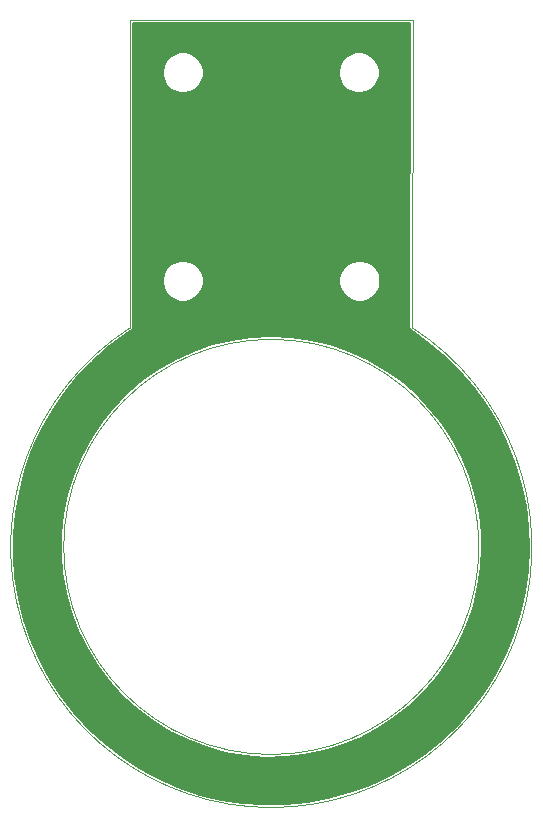
<source format=gbr>
G04 #@! TF.GenerationSoftware,KiCad,Pcbnew,(5.1.0)-1*
G04 #@! TF.CreationDate,2019-04-30T21:22:07-04:00*
G04 #@! TF.ProjectId,MIcroscope_Light,4d496372-6f73-4636-9f70-655f4c696768,rev?*
G04 #@! TF.SameCoordinates,Original*
G04 #@! TF.FileFunction,Copper,L1,Top*
G04 #@! TF.FilePolarity,Positive*
%FSLAX46Y46*%
G04 Gerber Fmt 4.6, Leading zero omitted, Abs format (unit mm)*
G04 Created by KiCad (PCBNEW (5.1.0)-1) date 2019-04-30 21:22:07*
%MOMM*%
%LPD*%
G04 APERTURE LIST*
%ADD10C,0.050000*%
%ADD11C,0.381000*%
%ADD12C,0.152400*%
G04 APERTURE END LIST*
D10*
X147075000Y-91500000D02*
G75*
G03X147075000Y-91500000I-17575000J0D01*
G01*
X141450000Y-72950000D02*
G75*
G02X117550000Y-72950000I-11950000J-18550000D01*
G01*
X141500000Y-46850000D02*
X141450000Y-72950000D01*
X117550000Y-46850000D02*
X141500000Y-46850000D01*
X117550000Y-72950000D02*
X117550000Y-46850000D01*
D11*
X123200000Y-60200000D03*
X124100000Y-60200000D03*
X125000000Y-60200000D03*
X123200000Y-61200000D03*
X124100000Y-61200000D03*
X125000000Y-61200000D03*
X123200000Y-62200000D03*
X124100000Y-62200000D03*
X125000000Y-62200000D03*
X119265996Y-74515996D03*
X110000000Y-86500000D03*
X112250000Y-102000000D03*
X124250000Y-111000000D03*
X140497150Y-108252850D03*
X149464356Y-94750000D03*
X146250000Y-80250000D03*
X133306573Y-71443427D03*
D12*
G36*
X141196377Y-72961973D02*
G01*
X141199975Y-72999235D01*
X141214385Y-73047066D01*
X141237849Y-73091167D01*
X141269466Y-73129844D01*
X141308021Y-73161609D01*
X141316443Y-73166131D01*
X142805486Y-74216141D01*
X144205093Y-75390127D01*
X145501555Y-76677113D01*
X146685790Y-78068084D01*
X147749467Y-79553256D01*
X148685145Y-81122236D01*
X149486246Y-82763998D01*
X150147163Y-84467046D01*
X150663252Y-86219419D01*
X151030896Y-88008829D01*
X151247518Y-89822739D01*
X151311596Y-91648411D01*
X151222683Y-93473028D01*
X150981399Y-95283815D01*
X150589437Y-97068066D01*
X150049552Y-98813254D01*
X149365522Y-100507152D01*
X148542156Y-102137861D01*
X147585213Y-103693967D01*
X146501422Y-105164531D01*
X145298384Y-106539242D01*
X143984521Y-107808477D01*
X142569062Y-108963315D01*
X141061941Y-109995656D01*
X139473701Y-110898275D01*
X137815535Y-111664812D01*
X136099004Y-112289923D01*
X134336221Y-112769196D01*
X132539483Y-113099290D01*
X130721457Y-113277874D01*
X128894831Y-113303705D01*
X127072484Y-113176599D01*
X125267133Y-112897443D01*
X123491490Y-112468204D01*
X121757985Y-111891886D01*
X120078797Y-111172537D01*
X118465681Y-110315195D01*
X116929964Y-109325879D01*
X115482416Y-108211526D01*
X114133193Y-106979955D01*
X112891762Y-105639810D01*
X111766817Y-104200470D01*
X110766261Y-102672053D01*
X109897110Y-101065275D01*
X109165459Y-99391400D01*
X108576439Y-97662171D01*
X108134186Y-95889731D01*
X107841794Y-94086478D01*
X107701321Y-92265100D01*
X107702712Y-92060638D01*
X111660207Y-92060638D01*
X111792142Y-93737023D01*
X112081252Y-95393551D01*
X112524973Y-97015521D01*
X113119365Y-98588534D01*
X113859153Y-100098629D01*
X114737770Y-101532401D01*
X115747417Y-102877126D01*
X116879134Y-104120866D01*
X118122874Y-105252583D01*
X119467599Y-106262230D01*
X120901371Y-107140847D01*
X122411466Y-107880635D01*
X123984479Y-108475027D01*
X125606449Y-108918748D01*
X127262977Y-109207858D01*
X128939362Y-109339793D01*
X130620723Y-109313380D01*
X132292136Y-109128854D01*
X133938766Y-108787853D01*
X135545998Y-108293404D01*
X137099564Y-107649896D01*
X138585677Y-106863040D01*
X139991144Y-105939821D01*
X141303491Y-104888432D01*
X142511069Y-103718207D01*
X143603161Y-102439533D01*
X144570071Y-101063758D01*
X145403219Y-99603095D01*
X146095209Y-98070508D01*
X146639898Y-96479601D01*
X147032452Y-94844494D01*
X147269387Y-93179702D01*
X147348600Y-91500000D01*
X147313380Y-90379277D01*
X147128854Y-88707864D01*
X146787853Y-87061234D01*
X146293404Y-85454002D01*
X145649896Y-83900436D01*
X144863040Y-82414323D01*
X143939821Y-81008856D01*
X142888432Y-79696509D01*
X141718207Y-78488931D01*
X140439533Y-77396839D01*
X139063758Y-76429929D01*
X137603095Y-75596781D01*
X136070508Y-74904791D01*
X134479601Y-74360102D01*
X132844494Y-73967548D01*
X131179702Y-73730613D01*
X129500000Y-73651400D01*
X127820298Y-73730613D01*
X126155506Y-73967548D01*
X124520399Y-74360102D01*
X122929492Y-74904791D01*
X121396905Y-75596781D01*
X119936242Y-76429929D01*
X118560467Y-77396839D01*
X117281793Y-78488931D01*
X116111568Y-79696509D01*
X115060179Y-81008856D01*
X114136960Y-82414323D01*
X113350104Y-83900436D01*
X112706596Y-85454002D01*
X112212147Y-87061234D01*
X111871146Y-88707864D01*
X111686620Y-90379277D01*
X111660207Y-92060638D01*
X107702712Y-92060638D01*
X107713751Y-90438348D01*
X107878994Y-88619051D01*
X108195894Y-86819956D01*
X108662228Y-85053683D01*
X109274723Y-83332631D01*
X110029082Y-81668870D01*
X110920018Y-80074063D01*
X111941278Y-78559403D01*
X113085700Y-77135511D01*
X114345257Y-75812376D01*
X115711112Y-74599280D01*
X117176507Y-73502619D01*
X117680244Y-73167937D01*
X117691574Y-73161881D01*
X117730190Y-73130190D01*
X117761881Y-73091574D01*
X117785429Y-73047518D01*
X117799931Y-72999714D01*
X117803600Y-72962459D01*
X117803600Y-68829748D01*
X120321400Y-68829748D01*
X120321400Y-69170252D01*
X120387829Y-69504214D01*
X120518135Y-69818799D01*
X120707309Y-70101918D01*
X120948082Y-70342691D01*
X121231201Y-70531865D01*
X121545786Y-70662171D01*
X121879748Y-70728600D01*
X122220252Y-70728600D01*
X122554214Y-70662171D01*
X122868799Y-70531865D01*
X123151918Y-70342691D01*
X123392691Y-70101918D01*
X123581865Y-69818799D01*
X123712171Y-69504214D01*
X123778600Y-69170252D01*
X123778600Y-68829748D01*
X135271400Y-68829748D01*
X135271400Y-69170252D01*
X135337829Y-69504214D01*
X135468135Y-69818799D01*
X135657309Y-70101918D01*
X135898082Y-70342691D01*
X136181201Y-70531865D01*
X136495786Y-70662171D01*
X136829748Y-70728600D01*
X137170252Y-70728600D01*
X137504214Y-70662171D01*
X137818799Y-70531865D01*
X138101918Y-70342691D01*
X138342691Y-70101918D01*
X138531865Y-69818799D01*
X138662171Y-69504214D01*
X138728600Y-69170252D01*
X138728600Y-68829748D01*
X138662171Y-68495786D01*
X138531865Y-68181201D01*
X138342691Y-67898082D01*
X138101918Y-67657309D01*
X137818799Y-67468135D01*
X137504214Y-67337829D01*
X137170252Y-67271400D01*
X136829748Y-67271400D01*
X136495786Y-67337829D01*
X136181201Y-67468135D01*
X135898082Y-67657309D01*
X135657309Y-67898082D01*
X135468135Y-68181201D01*
X135337829Y-68495786D01*
X135271400Y-68829748D01*
X123778600Y-68829748D01*
X123712171Y-68495786D01*
X123581865Y-68181201D01*
X123392691Y-67898082D01*
X123151918Y-67657309D01*
X122868799Y-67468135D01*
X122554214Y-67337829D01*
X122220252Y-67271400D01*
X121879748Y-67271400D01*
X121545786Y-67337829D01*
X121231201Y-67468135D01*
X120948082Y-67657309D01*
X120707309Y-67898082D01*
X120518135Y-68181201D01*
X120387829Y-68495786D01*
X120321400Y-68829748D01*
X117803600Y-68829748D01*
X117803600Y-51179748D01*
X120321400Y-51179748D01*
X120321400Y-51520252D01*
X120387829Y-51854214D01*
X120518135Y-52168799D01*
X120707309Y-52451918D01*
X120948082Y-52692691D01*
X121231201Y-52881865D01*
X121545786Y-53012171D01*
X121879748Y-53078600D01*
X122220252Y-53078600D01*
X122554214Y-53012171D01*
X122868799Y-52881865D01*
X123151918Y-52692691D01*
X123392691Y-52451918D01*
X123581865Y-52168799D01*
X123712171Y-51854214D01*
X123778600Y-51520252D01*
X123778600Y-51179748D01*
X135221400Y-51179748D01*
X135221400Y-51520252D01*
X135287829Y-51854214D01*
X135418135Y-52168799D01*
X135607309Y-52451918D01*
X135848082Y-52692691D01*
X136131201Y-52881865D01*
X136445786Y-53012171D01*
X136779748Y-53078600D01*
X137120252Y-53078600D01*
X137454214Y-53012171D01*
X137768799Y-52881865D01*
X138051918Y-52692691D01*
X138292691Y-52451918D01*
X138481865Y-52168799D01*
X138612171Y-51854214D01*
X138678600Y-51520252D01*
X138678600Y-51179748D01*
X138612171Y-50845786D01*
X138481865Y-50531201D01*
X138292691Y-50248082D01*
X138051918Y-50007309D01*
X137768799Y-49818135D01*
X137454214Y-49687829D01*
X137120252Y-49621400D01*
X136779748Y-49621400D01*
X136445786Y-49687829D01*
X136131201Y-49818135D01*
X135848082Y-50007309D01*
X135607309Y-50248082D01*
X135418135Y-50531201D01*
X135287829Y-50845786D01*
X135221400Y-51179748D01*
X123778600Y-51179748D01*
X123712171Y-50845786D01*
X123581865Y-50531201D01*
X123392691Y-50248082D01*
X123151918Y-50007309D01*
X122868799Y-49818135D01*
X122554214Y-49687829D01*
X122220252Y-49621400D01*
X121879748Y-49621400D01*
X121545786Y-49687829D01*
X121231201Y-49818135D01*
X120948082Y-50007309D01*
X120707309Y-50248082D01*
X120518135Y-50531201D01*
X120387829Y-50845786D01*
X120321400Y-51179748D01*
X117803600Y-51179748D01*
X117803600Y-47103600D01*
X141245914Y-47103600D01*
X141196377Y-72961973D01*
X141196377Y-72961973D01*
G37*
X141196377Y-72961973D02*
X141199975Y-72999235D01*
X141214385Y-73047066D01*
X141237849Y-73091167D01*
X141269466Y-73129844D01*
X141308021Y-73161609D01*
X141316443Y-73166131D01*
X142805486Y-74216141D01*
X144205093Y-75390127D01*
X145501555Y-76677113D01*
X146685790Y-78068084D01*
X147749467Y-79553256D01*
X148685145Y-81122236D01*
X149486246Y-82763998D01*
X150147163Y-84467046D01*
X150663252Y-86219419D01*
X151030896Y-88008829D01*
X151247518Y-89822739D01*
X151311596Y-91648411D01*
X151222683Y-93473028D01*
X150981399Y-95283815D01*
X150589437Y-97068066D01*
X150049552Y-98813254D01*
X149365522Y-100507152D01*
X148542156Y-102137861D01*
X147585213Y-103693967D01*
X146501422Y-105164531D01*
X145298384Y-106539242D01*
X143984521Y-107808477D01*
X142569062Y-108963315D01*
X141061941Y-109995656D01*
X139473701Y-110898275D01*
X137815535Y-111664812D01*
X136099004Y-112289923D01*
X134336221Y-112769196D01*
X132539483Y-113099290D01*
X130721457Y-113277874D01*
X128894831Y-113303705D01*
X127072484Y-113176599D01*
X125267133Y-112897443D01*
X123491490Y-112468204D01*
X121757985Y-111891886D01*
X120078797Y-111172537D01*
X118465681Y-110315195D01*
X116929964Y-109325879D01*
X115482416Y-108211526D01*
X114133193Y-106979955D01*
X112891762Y-105639810D01*
X111766817Y-104200470D01*
X110766261Y-102672053D01*
X109897110Y-101065275D01*
X109165459Y-99391400D01*
X108576439Y-97662171D01*
X108134186Y-95889731D01*
X107841794Y-94086478D01*
X107701321Y-92265100D01*
X107702712Y-92060638D01*
X111660207Y-92060638D01*
X111792142Y-93737023D01*
X112081252Y-95393551D01*
X112524973Y-97015521D01*
X113119365Y-98588534D01*
X113859153Y-100098629D01*
X114737770Y-101532401D01*
X115747417Y-102877126D01*
X116879134Y-104120866D01*
X118122874Y-105252583D01*
X119467599Y-106262230D01*
X120901371Y-107140847D01*
X122411466Y-107880635D01*
X123984479Y-108475027D01*
X125606449Y-108918748D01*
X127262977Y-109207858D01*
X128939362Y-109339793D01*
X130620723Y-109313380D01*
X132292136Y-109128854D01*
X133938766Y-108787853D01*
X135545998Y-108293404D01*
X137099564Y-107649896D01*
X138585677Y-106863040D01*
X139991144Y-105939821D01*
X141303491Y-104888432D01*
X142511069Y-103718207D01*
X143603161Y-102439533D01*
X144570071Y-101063758D01*
X145403219Y-99603095D01*
X146095209Y-98070508D01*
X146639898Y-96479601D01*
X147032452Y-94844494D01*
X147269387Y-93179702D01*
X147348600Y-91500000D01*
X147313380Y-90379277D01*
X147128854Y-88707864D01*
X146787853Y-87061234D01*
X146293404Y-85454002D01*
X145649896Y-83900436D01*
X144863040Y-82414323D01*
X143939821Y-81008856D01*
X142888432Y-79696509D01*
X141718207Y-78488931D01*
X140439533Y-77396839D01*
X139063758Y-76429929D01*
X137603095Y-75596781D01*
X136070508Y-74904791D01*
X134479601Y-74360102D01*
X132844494Y-73967548D01*
X131179702Y-73730613D01*
X129500000Y-73651400D01*
X127820298Y-73730613D01*
X126155506Y-73967548D01*
X124520399Y-74360102D01*
X122929492Y-74904791D01*
X121396905Y-75596781D01*
X119936242Y-76429929D01*
X118560467Y-77396839D01*
X117281793Y-78488931D01*
X116111568Y-79696509D01*
X115060179Y-81008856D01*
X114136960Y-82414323D01*
X113350104Y-83900436D01*
X112706596Y-85454002D01*
X112212147Y-87061234D01*
X111871146Y-88707864D01*
X111686620Y-90379277D01*
X111660207Y-92060638D01*
X107702712Y-92060638D01*
X107713751Y-90438348D01*
X107878994Y-88619051D01*
X108195894Y-86819956D01*
X108662228Y-85053683D01*
X109274723Y-83332631D01*
X110029082Y-81668870D01*
X110920018Y-80074063D01*
X111941278Y-78559403D01*
X113085700Y-77135511D01*
X114345257Y-75812376D01*
X115711112Y-74599280D01*
X117176507Y-73502619D01*
X117680244Y-73167937D01*
X117691574Y-73161881D01*
X117730190Y-73130190D01*
X117761881Y-73091574D01*
X117785429Y-73047518D01*
X117799931Y-72999714D01*
X117803600Y-72962459D01*
X117803600Y-68829748D01*
X120321400Y-68829748D01*
X120321400Y-69170252D01*
X120387829Y-69504214D01*
X120518135Y-69818799D01*
X120707309Y-70101918D01*
X120948082Y-70342691D01*
X121231201Y-70531865D01*
X121545786Y-70662171D01*
X121879748Y-70728600D01*
X122220252Y-70728600D01*
X122554214Y-70662171D01*
X122868799Y-70531865D01*
X123151918Y-70342691D01*
X123392691Y-70101918D01*
X123581865Y-69818799D01*
X123712171Y-69504214D01*
X123778600Y-69170252D01*
X123778600Y-68829748D01*
X135271400Y-68829748D01*
X135271400Y-69170252D01*
X135337829Y-69504214D01*
X135468135Y-69818799D01*
X135657309Y-70101918D01*
X135898082Y-70342691D01*
X136181201Y-70531865D01*
X136495786Y-70662171D01*
X136829748Y-70728600D01*
X137170252Y-70728600D01*
X137504214Y-70662171D01*
X137818799Y-70531865D01*
X138101918Y-70342691D01*
X138342691Y-70101918D01*
X138531865Y-69818799D01*
X138662171Y-69504214D01*
X138728600Y-69170252D01*
X138728600Y-68829748D01*
X138662171Y-68495786D01*
X138531865Y-68181201D01*
X138342691Y-67898082D01*
X138101918Y-67657309D01*
X137818799Y-67468135D01*
X137504214Y-67337829D01*
X137170252Y-67271400D01*
X136829748Y-67271400D01*
X136495786Y-67337829D01*
X136181201Y-67468135D01*
X135898082Y-67657309D01*
X135657309Y-67898082D01*
X135468135Y-68181201D01*
X135337829Y-68495786D01*
X135271400Y-68829748D01*
X123778600Y-68829748D01*
X123712171Y-68495786D01*
X123581865Y-68181201D01*
X123392691Y-67898082D01*
X123151918Y-67657309D01*
X122868799Y-67468135D01*
X122554214Y-67337829D01*
X122220252Y-67271400D01*
X121879748Y-67271400D01*
X121545786Y-67337829D01*
X121231201Y-67468135D01*
X120948082Y-67657309D01*
X120707309Y-67898082D01*
X120518135Y-68181201D01*
X120387829Y-68495786D01*
X120321400Y-68829748D01*
X117803600Y-68829748D01*
X117803600Y-51179748D01*
X120321400Y-51179748D01*
X120321400Y-51520252D01*
X120387829Y-51854214D01*
X120518135Y-52168799D01*
X120707309Y-52451918D01*
X120948082Y-52692691D01*
X121231201Y-52881865D01*
X121545786Y-53012171D01*
X121879748Y-53078600D01*
X122220252Y-53078600D01*
X122554214Y-53012171D01*
X122868799Y-52881865D01*
X123151918Y-52692691D01*
X123392691Y-52451918D01*
X123581865Y-52168799D01*
X123712171Y-51854214D01*
X123778600Y-51520252D01*
X123778600Y-51179748D01*
X135221400Y-51179748D01*
X135221400Y-51520252D01*
X135287829Y-51854214D01*
X135418135Y-52168799D01*
X135607309Y-52451918D01*
X135848082Y-52692691D01*
X136131201Y-52881865D01*
X136445786Y-53012171D01*
X136779748Y-53078600D01*
X137120252Y-53078600D01*
X137454214Y-53012171D01*
X137768799Y-52881865D01*
X138051918Y-52692691D01*
X138292691Y-52451918D01*
X138481865Y-52168799D01*
X138612171Y-51854214D01*
X138678600Y-51520252D01*
X138678600Y-51179748D01*
X138612171Y-50845786D01*
X138481865Y-50531201D01*
X138292691Y-50248082D01*
X138051918Y-50007309D01*
X137768799Y-49818135D01*
X137454214Y-49687829D01*
X137120252Y-49621400D01*
X136779748Y-49621400D01*
X136445786Y-49687829D01*
X136131201Y-49818135D01*
X135848082Y-50007309D01*
X135607309Y-50248082D01*
X135418135Y-50531201D01*
X135287829Y-50845786D01*
X135221400Y-51179748D01*
X123778600Y-51179748D01*
X123712171Y-50845786D01*
X123581865Y-50531201D01*
X123392691Y-50248082D01*
X123151918Y-50007309D01*
X122868799Y-49818135D01*
X122554214Y-49687829D01*
X122220252Y-49621400D01*
X121879748Y-49621400D01*
X121545786Y-49687829D01*
X121231201Y-49818135D01*
X120948082Y-50007309D01*
X120707309Y-50248082D01*
X120518135Y-50531201D01*
X120387829Y-50845786D01*
X120321400Y-51179748D01*
X117803600Y-51179748D01*
X117803600Y-47103600D01*
X141245914Y-47103600D01*
X141196377Y-72961973D01*
M02*

</source>
